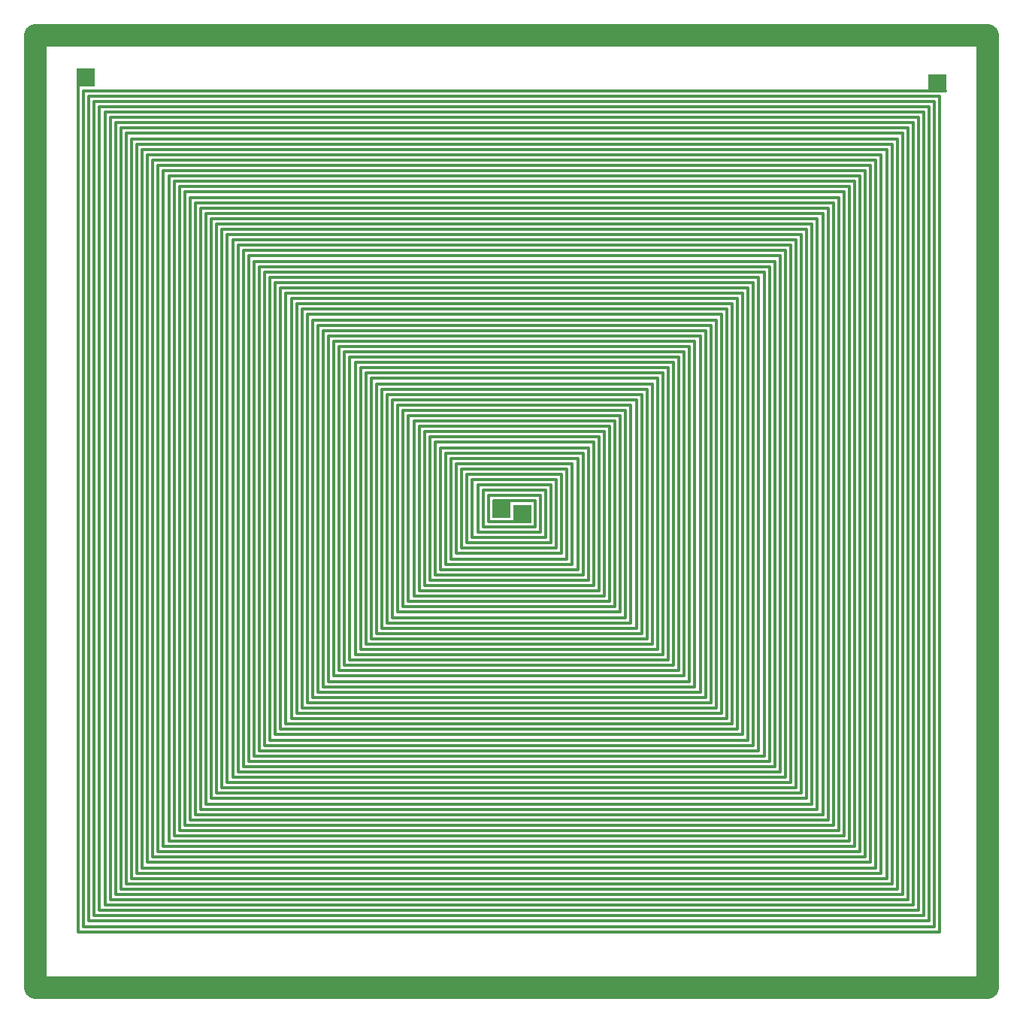
<source format=gbr>
G04 start of page 2 for group 0 idx 0 *
G04 Title: (unknown), component *
G04 Creator: pcb 1.99y *
G04 CreationDate: Mon Mar  9 18:38:31 2009 UTC *
G04 For: dj *
G04 Format: Gerber/RS-274X *
G04 PCB-Dimensions: 432246 432246 *
G04 PCB-Coordinate-Origin: lower left *
%MOIN*%
%FSLAX25Y25*%
%LNFRONT*%
%ADD11C,0.0118*%
%ADD12C,0.1000*%
%ADD13C,0.0200*%
%ADD14C,0.0300*%
G54D11*X201037Y206809D02*Y227800D01*
X198675Y204447D02*Y230162D01*
X196313Y202085D02*Y232524D01*
X193951Y199723D02*Y234886D01*
X191589Y197361D02*Y237248D01*
X189227Y194999D02*Y239610D01*
X186865Y192637D02*Y241972D01*
X184503Y190275D02*Y244334D01*
X182141Y187913D02*Y246696D01*
X179779Y185551D02*Y249058D01*
G54D12*X5000Y5000D02*X427246D01*
G54D11*X177417Y183189D02*Y251420D01*
X175055Y180827D02*Y253782D01*
X172693Y178465D02*Y256144D01*
X170331Y176103D02*Y258506D01*
X167969Y173741D02*Y260868D01*
X165607Y171379D02*Y263230D01*
X163245Y169017D02*Y265592D01*
X160883Y166655D02*Y267954D01*
X158521Y164293D02*Y270316D01*
X156159Y161931D02*Y272678D01*
X153797Y159569D02*Y275040D01*
X151435Y157207D02*Y277402D01*
X149073Y154845D02*Y279764D01*
X146711Y152483D02*Y282126D01*
X144349Y150121D02*Y284488D01*
X141987Y147759D02*Y286850D01*
X372929Y62727D02*Y367158D01*
X375291Y60365D02*Y369520D01*
X377653Y58003D02*Y371882D01*
X380015Y55641D02*Y374244D01*
X382377Y53279D02*Y376606D01*
X384739Y50917D02*Y378968D01*
X387101Y48555D02*Y381330D01*
X389463Y46193D02*Y383692D01*
X391825Y43831D02*Y386054D01*
X394187Y41469D02*Y388416D01*
X396549Y39107D02*Y390778D01*
X398911Y36745D02*Y393140D01*
X401273Y34383D02*Y395502D01*
X403635Y32021D02*Y397864D01*
X405997Y29659D02*Y400226D01*
G54D12*X427246Y5000D02*Y427246D01*
G54D11*X59317Y369520D02*X375291D01*
X56955Y371882D02*X377653D01*
X54593Y374244D02*X380015D01*
X52231Y376606D02*X382377D01*
X49869Y378968D02*X384739D01*
X47507Y381330D02*X387101D01*
X45145Y383692D02*X389463D01*
X42783Y386054D02*X391825D01*
X40421Y388416D02*X394187D01*
X38059Y390778D02*X396549D01*
X35697Y393140D02*X398911D01*
X33335Y395502D02*X401273D01*
X30973Y397864D02*X403635D01*
X28611Y400226D02*X405997D01*
X26249Y402588D02*X408359D01*
G54D12*X5000Y427246D02*X427246D01*
G54D11*X153797Y159569D02*X276087D01*
X151435Y157207D02*X278449D01*
X149073Y154845D02*X280811D01*
X146711Y152483D02*X283173D01*
X144349Y150121D02*X285535D01*
X141987Y147759D02*X287897D01*
X139625Y145397D02*X290259D01*
X137263Y143035D02*X292621D01*
X134901Y140673D02*X294983D01*
X132539Y138311D02*X297345D01*
X130177Y135949D02*X299707D01*
X127815Y133587D02*X302069D01*
X125453Y131225D02*X304431D01*
X123091Y128863D02*X306793D01*
X120729Y126501D02*X309155D01*
X118367Y124139D02*X311517D01*
X116005Y121777D02*X313879D01*
X113643Y119415D02*X316241D01*
X111281Y117053D02*X318603D01*
X108919Y114691D02*X320965D01*
X106557Y112329D02*X323327D01*
X104195Y109967D02*X325689D01*
X101833Y107605D02*X328051D01*
X99471Y105243D02*X330413D01*
X97109Y102881D02*X332775D01*
X94747Y100519D02*X335137D01*
X92385Y98157D02*X337499D01*
X90023Y95795D02*X339861D01*
X87661Y93433D02*X342223D01*
X85299Y91071D02*X344585D01*
X82937Y88709D02*X346947D01*
X80575Y86347D02*X349309D01*
X78213Y83985D02*X351671D01*
X75851Y81623D02*X354033D01*
X73489Y79261D02*X356395D01*
X71127Y76899D02*X358757D01*
X68765Y74537D02*X361119D01*
X66403Y72175D02*X363481D01*
X64041Y69813D02*X365843D01*
X61679Y67451D02*X368205D01*
X59317Y65089D02*X370567D01*
X56955Y62727D02*X372929D01*
X54593Y60365D02*X375291D01*
X52231Y58003D02*X377653D01*
X49869Y55641D02*X380015D01*
X47507Y53279D02*X382377D01*
X45145Y50917D02*X384739D01*
X42783Y48555D02*X387101D01*
X40421Y46193D02*X389463D01*
X38059Y43831D02*X391825D01*
X35697Y41469D02*X394187D01*
X33335Y39107D02*X396549D01*
X30973Y36745D02*X398911D01*
X28611Y34383D02*X401273D01*
X26249Y32021D02*X403635D01*
X23887Y29659D02*X405997D01*
X139625Y145397D02*Y289212D01*
X137263Y143035D02*Y291574D01*
X134901Y140673D02*Y293936D01*
X132539Y138311D02*Y296298D01*
X130177Y135949D02*Y298660D01*
X127815Y133587D02*Y301022D01*
X125453Y131225D02*Y303384D01*
X123091Y128863D02*Y305746D01*
X120729Y126501D02*Y308108D01*
X118367Y124139D02*Y310470D01*
X116005Y121777D02*Y312832D01*
X113643Y119415D02*Y315194D01*
X111281Y117053D02*Y317556D01*
X108919Y114691D02*Y319918D01*
X106557Y112329D02*Y322280D01*
X104195Y109967D02*Y324642D01*
X101833Y107605D02*Y327004D01*
X99471Y105243D02*Y329366D01*
X97109Y102881D02*Y331728D01*
X94747Y100519D02*Y334090D01*
X92385Y98157D02*Y336452D01*
X90023Y95795D02*Y338814D01*
X87661Y93433D02*Y341176D01*
X85299Y91071D02*Y343538D01*
X82937Y88709D02*Y345900D01*
X80575Y86347D02*Y348262D01*
X78213Y83985D02*Y350624D01*
X75851Y81623D02*Y352986D01*
X73489Y79261D02*Y355348D01*
X71127Y76899D02*Y357710D01*
X68765Y74537D02*Y360072D01*
X66403Y72175D02*Y362434D01*
X64041Y69813D02*Y364796D01*
X61679Y67451D02*Y367158D01*
X59317Y65089D02*Y369520D01*
X56955Y62727D02*Y371882D01*
X54593Y60365D02*Y374244D01*
X52231Y58003D02*Y376606D01*
X49869Y55641D02*Y378968D01*
X47507Y53279D02*Y381330D01*
X45145Y50917D02*Y383692D01*
X42783Y48555D02*Y386054D01*
X40421Y46193D02*Y388416D01*
X38059Y43831D02*Y390778D01*
X35697Y41469D02*Y393140D01*
X33335Y39107D02*Y395502D01*
X30973Y36745D02*Y397864D01*
X28611Y34383D02*Y400226D01*
X26249Y32021D02*Y402588D01*
X23887Y29659D02*Y404950D01*
G54D12*X5000Y5000D02*Y427246D01*
G54D11*X201037Y206809D02*X228847D01*
X198675Y204447D02*X231209D01*
X196313Y202085D02*X233571D01*
X228847Y206809D02*Y223076D01*
X231209Y204447D02*Y225438D01*
X233571Y202085D02*Y227800D01*
X235933Y199723D02*Y230162D01*
X238295Y197361D02*Y232524D01*
X240657Y194999D02*Y234886D01*
X193951Y199723D02*X235933D01*
X191589Y197361D02*X238295D01*
X189227Y194999D02*X240657D01*
X186865Y192637D02*X243019D01*
X208123Y220714D02*X226485D01*
X224123Y211533D02*Y218352D01*
X205761Y223076D02*X228847D01*
X205761Y211533D02*X224123D01*
X205761D02*Y223076D01*
X203399Y209171D02*X226485D01*
X203399D02*Y225438D01*
X226485Y209171D02*Y220714D01*
X243019Y192637D02*Y237248D01*
X184503Y190275D02*X245381D01*
Y239610D01*
X182141Y187913D02*X247743D01*
X179779Y185551D02*X250105D01*
X177417Y183189D02*X252467D01*
X175055Y180827D02*X254829D01*
X172693Y178465D02*X257191D01*
X170331Y176103D02*X259553D01*
X167969Y173741D02*X261915D01*
X165607Y171379D02*X264277D01*
X163245Y169017D02*X266639D01*
X160883Y166655D02*X269001D01*
X158521Y164293D02*X271363D01*
X156159Y161931D02*X273725D01*
X203399Y225438D02*X231209D01*
X201037Y227800D02*X233571D01*
X198675Y230162D02*X235933D01*
X196313Y232524D02*X238295D01*
X193951Y234886D02*X240657D01*
X191589Y237248D02*X243019D01*
X189227Y239610D02*X245381D01*
X186865Y241972D02*X247743D01*
X184503Y244334D02*X250105D01*
X182141Y246696D02*X252467D01*
X179779Y249058D02*X254829D01*
X177417Y251420D02*X257191D01*
X175055Y253782D02*X259553D01*
X172693Y256144D02*X261915D01*
X170331Y258506D02*X264277D01*
X167969Y260868D02*X266639D01*
X165607Y263230D02*X269001D01*
X163245Y265592D02*X271363D01*
X160883Y267954D02*X273725D01*
X158521Y270316D02*X276087D01*
X156159Y272678D02*X278449D01*
X153797Y275040D02*X280811D01*
X151435Y277402D02*X283173D01*
X149073Y279764D02*X285535D01*
X146711Y282126D02*X287897D01*
X247743Y187913D02*Y241972D01*
X250105Y185551D02*Y244334D01*
X252467Y183189D02*Y246696D01*
X254829Y180827D02*Y249058D01*
X257191Y178465D02*Y251420D01*
X259553Y176103D02*Y253782D01*
X261915Y173741D02*Y256144D01*
X264277Y171379D02*Y258506D01*
X266639Y169017D02*Y260868D01*
X269001Y166655D02*Y263230D01*
X271363Y164293D02*Y265592D01*
X273725Y161931D02*Y267954D01*
X276087Y159569D02*Y270316D01*
X278449Y157207D02*Y272678D01*
X280811Y154845D02*Y275040D01*
X283173Y152483D02*Y277402D01*
X285535Y150121D02*Y279764D01*
X287897Y147759D02*Y282126D01*
X290259Y145397D02*Y284488D01*
X292621Y143035D02*Y286850D01*
X294983Y140673D02*Y289212D01*
X297345Y138311D02*Y291574D01*
X299707Y135949D02*Y293936D01*
X302069Y133587D02*Y296298D01*
X304431Y131225D02*Y298660D01*
X306793Y128863D02*Y301022D01*
X309155Y126501D02*Y303384D01*
X311517Y124139D02*Y305746D01*
X313879Y121777D02*Y308108D01*
X316241Y119415D02*Y310470D01*
X318603Y117053D02*Y312832D01*
X320965Y114691D02*Y315194D01*
X323327Y112329D02*Y317556D01*
X325689Y109967D02*Y319918D01*
X328051Y107605D02*Y322280D01*
X330413Y105243D02*Y324642D01*
X332775Y102881D02*Y327004D01*
X335137Y100519D02*Y329366D01*
X337499Y98157D02*Y331728D01*
X339861Y95795D02*Y334090D01*
X342223Y93433D02*Y336452D01*
X344585Y91071D02*Y338814D01*
X346947Y88709D02*Y341176D01*
X349309Y86347D02*Y343538D01*
X351671Y83985D02*Y345900D01*
X354033Y81623D02*Y348262D01*
X356395Y79261D02*Y350624D01*
X358757Y76899D02*Y352986D01*
X361119Y74537D02*Y355348D01*
X363481Y72175D02*Y357710D01*
X365843Y69813D02*Y360072D01*
X368205Y67451D02*Y362434D01*
X370567Y65089D02*Y364796D01*
X144349Y284488D02*X290259D01*
X141987Y286850D02*X292621D01*
X139625Y289212D02*X294983D01*
X137263Y291574D02*X297345D01*
X134901Y293936D02*X299707D01*
X132539Y296298D02*X302069D01*
X130177Y298660D02*X304431D01*
X127815Y301022D02*X306793D01*
X125453Y303384D02*X309155D01*
X123091Y305746D02*X311517D01*
X120729Y308108D02*X313879D01*
X118367Y310470D02*X316241D01*
X116005Y312832D02*X318603D01*
X113643Y315194D02*X320965D01*
X111281Y317556D02*X323327D01*
X108919Y319918D02*X325689D01*
X106557Y322280D02*X328051D01*
X104195Y324642D02*X330413D01*
X101833Y327004D02*X332775D01*
X99471Y329366D02*X335137D01*
X97109Y331728D02*X337499D01*
X94747Y334090D02*X339861D01*
X92385Y336452D02*X342223D01*
X90023Y338814D02*X344585D01*
X87661Y341176D02*X346947D01*
X85299Y343538D02*X349309D01*
X82937Y345900D02*X351671D01*
X80575Y348262D02*X354033D01*
X78213Y350624D02*X356395D01*
X75851Y352986D02*X358757D01*
X73489Y355348D02*X361119D01*
X71127Y357710D02*X363481D01*
X68765Y360072D02*X365843D01*
X66403Y362434D02*X368205D01*
X64041Y364796D02*X370567D01*
X61679Y367158D02*X372929D01*
G54D13*G36*
X207532Y221304D02*Y213304D01*
X215532D01*
Y221304D01*
X207532D01*
G37*
G36*
X216713Y218942D02*Y210942D01*
X224713D01*
Y218942D01*
X216713D01*
G37*
G36*
X23296Y412359D02*Y404359D01*
X31296D01*
Y412359D01*
X23296D01*
G37*
G36*
X400949Y409997D02*Y401997D01*
X408949D01*
Y409997D01*
X400949D01*
G37*
G54D14*M02*

</source>
